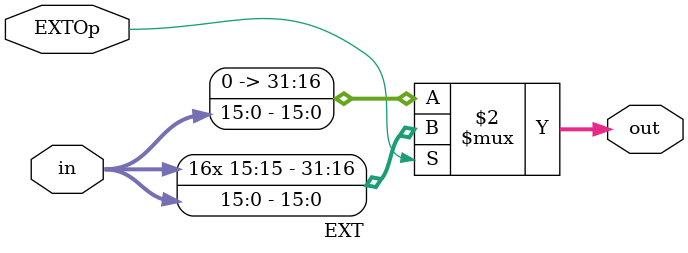
<source format=v>
`timescale 1ns / 1ps
module EXT(
    input [15:0] in,
    output [31:0] out,
    input EXTOp
    );
    assign out = (EXTOp == 1'b0) ? {16'b0 , in} :
                                {{16{in[15]}} , in};

endmodule

</source>
